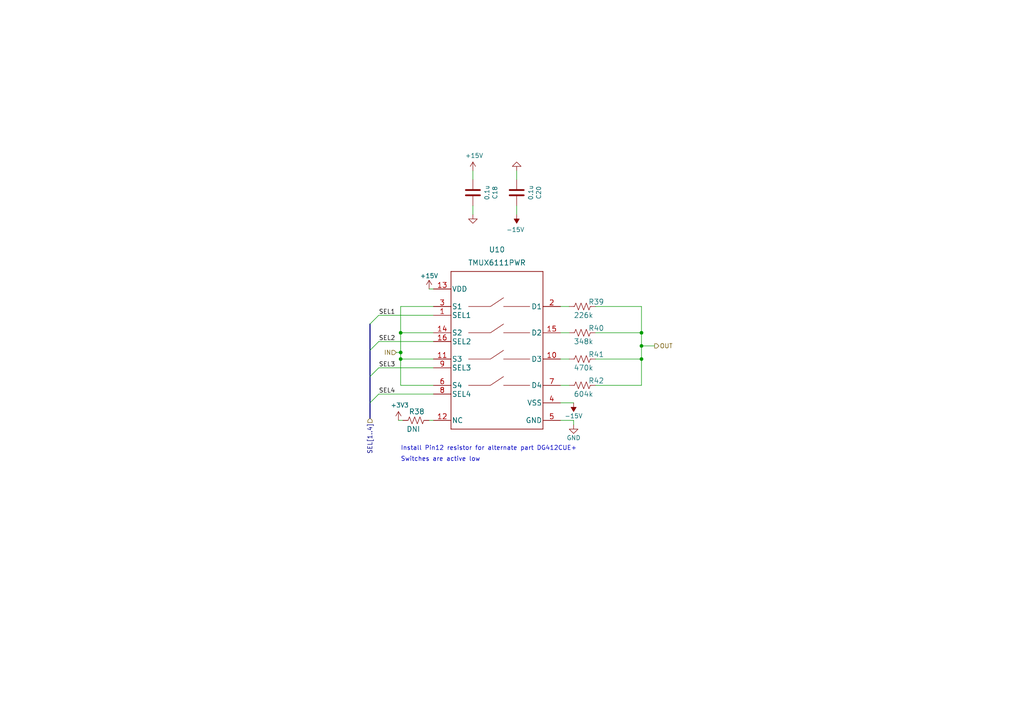
<source format=kicad_sch>
(kicad_sch (version 20231120) (generator "eeschema") (generator_version "8.0")
  (paper "A4")
  (lib_symbols
    (symbol "Device:C" (pin_numbers hide) (pin_names (offset 0.254))
      (property "Reference" "C" (at 0.635 2.54 0))
      (property "Value" "C" (at 0.635 -2.54 0))
      (symbol "C_0_1"
        (polyline (pts (xy -2.032 -0.762) (xy 2.032 -0.762)) (stroke (width 0.508)))
        (polyline (pts (xy -2.032 0.762) (xy 2.032 0.762)) (stroke (width 0.508)))
      )
      (symbol "C_1_1"
        (pin passive line (at 0 3.81 270) (length 2.794) (name "~") (number "1"))
        (pin passive line (at 0 -3.81 90) (length 2.794) (name "~") (number "2"))
      )
    )
    (symbol "Device:R_US" (pin_numbers hide) (pin_names (offset 0))
      (property "Reference" "R" (at 2.54 0 90))
      (property "Value" "R_US" (at -2.54 0 90))
      (symbol "R_US_0_1"
        (polyline (pts (xy 0 -2.286) (xy 0 -2.54)))
        (polyline (pts (xy 0 2.286) (xy 0 2.54)))
        (polyline (pts (xy 0 -0.762) (xy 1.016 -1.143) (xy 0 -1.524) (xy -1.016 -1.905) (xy 0 -2.286)))
        (polyline (pts (xy 0 0.762) (xy 1.016 0.381) (xy 0 0) (xy -1.016 -0.381) (xy 0 -0.762)))
        (polyline (pts (xy 0 2.286) (xy 1.016 1.905) (xy 0 1.524) (xy -1.016 1.143) (xy 0 0.762)))
      )
      (symbol "R_US_1_1"
        (pin passive line (at 0 3.81 270) (length 1.27) (name "~") (number "1"))
        (pin passive line (at 0 -3.81 90) (length 1.27) (name "~") (number "2"))
      )
    )
    (symbol "covg-kicad:TMUX6111PWR" (pin_names (offset 0.254))
      (property "Reference" "U" (at 5.08 21.59 0))
      (property "Value" "TMUX6111PWR" (at 6.35 19.05 0))
      (symbol "TMUX6111PWR_0_1"
        (polyline (pts (xy 6.35 12.7) (xy 13.97 12.7)))
        (polyline (pts (xy 2.54 12.7) (xy -3.81 12.7) (xy 2.54 12.7) (xy 6.35 15.24)))
      )
      (symbol "TMUX6111PWR_1_1"
        (polyline (pts (xy -8.89 -22.86) (xy 17.78 -22.86)) (stroke (width 0.2032)))
        (polyline (pts (xy -8.89 22.86) (xy -8.89 -22.86)) (stroke (width 0.2032)))
        (polyline (pts (xy 6.35 -10.16) (xy 13.97 -10.16)))
        (polyline (pts (xy 6.35 -2.54) (xy 13.97 -2.54)))
        (polyline (pts (xy 6.35 5.08) (xy 13.97 5.08)))
        (polyline (pts (xy 17.78 -22.86) (xy 17.78 22.86)) (stroke (width 0.2032)))
        (polyline (pts (xy 17.78 22.86) (xy -8.89 22.86)) (stroke (width 0.2032)))
        (polyline (pts (xy 2.54 -10.16) (xy -3.81 -10.16) (xy 2.54 -10.16) (xy 6.35 -7.62)))
        (polyline (pts (xy 2.54 -2.54) (xy -3.81 -2.54) (xy 2.54 -2.54) (xy 6.35 0)))
        (polyline (pts (xy 2.54 5.08) (xy -3.81 5.08) (xy 2.54 5.08) (xy 6.35 7.62)))
        (pin input line (at -13.97 10.16 0) (length 5.08) (name "SEL1") (number "1"))
        (pin bidirectional line (at 22.86 -2.54 180) (length 5.08) (name "D3") (number "10"))
        (pin bidirectional line (at -13.97 -2.54 0) (length 5.08) (name "S3") (number "11"))
        (pin unspecified line (at -13.97 -20.32 0) (length 5.08) (name "NC") (number "12"))
        (pin power_in line (at -13.97 17.78 0) (length 5.08) (name "VDD") (number "13"))
        (pin bidirectional line (at -13.97 5.08 0) (length 5.08) (name "S2") (number "14"))
        (pin bidirectional line (at 22.86 5.08 180) (length 5.08) (name "D2") (number "15"))
        (pin input line (at -13.97 2.54 0) (length 5.08) (name "SEL2") (number "16"))
        (pin bidirectional line (at 22.86 12.7 180) (length 5.08) (name "D1") (number "2"))
        (pin bidirectional line (at -13.97 12.7 0) (length 5.08) (name "S1") (number "3"))
        (pin power_in line (at 22.86 -15.24 180) (length 5.08) (name "VSS") (number "4"))
        (pin power_in line (at 22.86 -20.32 180) (length 5.08) (name "GND") (number "5"))
        (pin bidirectional line (at -13.97 -10.16 0) (length 5.08) (name "S4") (number "6"))
        (pin bidirectional line (at 22.86 -10.16 180) (length 5.08) (name "D4") (number "7"))
        (pin input line (at -13.97 -12.7 0) (length 5.08) (name "SEL4") (number "8"))
        (pin input line (at -13.97 -5.08 0) (length 5.08) (name "SEL3") (number "9"))
      )
    )
    (symbol "power:+15V" (power) (pin_names (offset 0))
      (property "Value" "+15V" (at 0 3.556 0))
      (symbol "+15V_0_1"
        (polyline (pts (xy -0.762 1.27) (xy 0 2.54)))
        (polyline (pts (xy 0 0) (xy 0 2.54)))
        (polyline (pts (xy 0 2.54) (xy 0.762 1.27)))
      )
      (symbol "+15V_1_1"
        (pin power_in line (at 0 0 90) (length 0) hide (name "+15V") (number "1"))
      )
    )
    (symbol "power:+3.3V" (power) (pin_names (offset 0))
      (property "Value" "+3.3V" (at 0 3.556 0))
      (symbol "+3.3V_0_1"
        (polyline (pts (xy -0.762 1.27) (xy 0 2.54)))
        (polyline (pts (xy 0 0) (xy 0 2.54)))
        (polyline (pts (xy 0 2.54) (xy 0.762 1.27)))
      )
      (symbol "+3.3V_1_1"
        (pin power_in line (at 0 0 90) (length 0) hide (name "+3V3") (number "1"))
      )
    )
    (symbol "power:-15V" (power) (pin_names (offset 0))
      (property "Value" "-15V" (at 0 3.81 0))
      (symbol "-15V_0_0"
        (pin power_in line (at 0 0 90) (length 0) hide (name "-15V") (number "1"))
      )
      (symbol "-15V_0_1"
        (polyline (pts (xy 0 0) (xy 0 1.27) (xy 0.762 1.27) (xy 0 2.54) (xy -0.762 1.27) (xy 0 1.27)) (fill (type outline)))
      )
    )
    (symbol "power:GND" (power) (pin_names (offset 0))
      (property "Value" "GND" (at 0 -3.81 0))
      (symbol "GND_0_1"
        (polyline (pts (xy 0 0) (xy 0 -1.27) (xy 1.27 -1.27) (xy 0 -2.54) (xy -1.27 -1.27) (xy 0 -1.27)))
      )
      (symbol "GND_1_1"
        (pin power_in line (at 0 0 270) (length 0) hide (name "GND") (number "1"))
      )
    )
  )
  (junction (at 116.205 102.235))
  (junction (at 116.205 96.52))
  (junction (at 186.055 100.33))
  (junction (at 186.055 104.14))
  (junction (at 116.205 104.14))
  (junction (at 186.055 96.52))
  (bus_entry (at 109.855 99.06) (size -2.54 2.54))
  (bus_entry (at 109.855 106.68) (size -2.54 2.54))
  (bus_entry (at 109.855 91.44) (size -2.54 2.54))
  (bus_entry (at 107.315 116.84) (size 2.54 -2.54))
  (wire (pts (xy 109.855 114.3) (xy 125.73 114.3)))
  (wire (pts (xy 116.205 104.14) (xy 116.205 111.76)))
  (wire (pts (xy 116.205 104.14) (xy 125.73 104.14)))
  (wire (pts (xy 166.37 123.19) (xy 166.37 121.92)))
  (wire (pts (xy 149.86 62.23) (xy 149.86 59.69)))
  (wire (pts (xy 116.205 96.52) (xy 116.205 102.235)))
  (wire (pts (xy 114.935 102.235) (xy 116.205 102.235)))
  (wire (pts (xy 149.86 49.53) (xy 149.86 52.07)))
  (wire (pts (xy 172.72 111.76) (xy 186.055 111.76)))
  (wire (pts (xy 162.56 116.84) (xy 166.37 116.84)))
  (wire (pts (xy 162.56 121.92) (xy 166.37 121.92)))
  (wire (pts (xy 116.205 102.235) (xy 116.205 104.14)))
  (wire (pts (xy 186.055 100.33) (xy 186.055 104.14)))
  (wire (pts (xy 109.855 99.06) (xy 125.73 99.06)))
  (wire (pts (xy 116.205 111.76) (xy 125.73 111.76)))
  (wire (pts (xy 186.055 96.52) (xy 186.055 100.33)))
  (bus (pts (xy 107.315 109.22) (xy 107.315 116.84)))
  (bus (pts (xy 107.315 116.84) (xy 107.315 121.285)))
  (wire (pts (xy 162.56 96.52) (xy 165.1 96.52)))
  (wire (pts (xy 162.56 88.9) (xy 165.1 88.9)))
  (wire (pts (xy 124.46 121.92) (xy 125.73 121.92)))
  (wire (pts (xy 172.72 88.9) (xy 186.055 88.9)))
  (wire (pts (xy 116.205 88.9) (xy 116.205 96.52)))
  (bus (pts (xy 107.315 101.6) (xy 107.315 109.22)))
  (wire (pts (xy 137.16 49.53) (xy 137.16 52.07)))
  (wire (pts (xy 186.055 111.76) (xy 186.055 104.14)))
  (wire (pts (xy 125.73 83.82) (xy 124.46 83.82)))
  (wire (pts (xy 186.055 96.52) (xy 186.055 88.9)))
  (wire (pts (xy 116.205 96.52) (xy 125.73 96.52)))
  (wire (pts (xy 162.56 104.14) (xy 165.1 104.14)))
  (wire (pts (xy 125.73 88.9) (xy 116.205 88.9)))
  (wire (pts (xy 109.855 91.44) (xy 125.73 91.44)))
  (wire (pts (xy 137.16 62.23) (xy 137.16 59.69)))
  (wire (pts (xy 186.055 100.33) (xy 189.865 100.33)))
  (wire (pts (xy 172.72 96.52) (xy 186.055 96.52)))
  (bus (pts (xy 107.315 93.98) (xy 107.315 101.6)))
  (wire (pts (xy 115.57 121.92) (xy 116.84 121.92)))
  (wire (pts (xy 162.56 111.76) (xy 165.1 111.76)))
  (wire (pts (xy 172.72 104.14) (xy 186.055 104.14)))
  (wire (pts (xy 109.855 106.68) (xy 125.73 106.68)))
  (text "Install Pin12 resistor for alternate part DG412CUE+" (at 116.205 130.81 0) (effects (font (size 1.27 1.27)) (justify left bottom)))
  (text "Switches are active low" (at 116.205 133.985 0) (effects (font (size 1.27 1.27)) (justify left bottom)))
  (label "SEL3" (at 109.855 106.68 0))
  (label "SEL1" (at 109.855 91.44 0))
  (label "SEL4" (at 109.855 114.3 0))
  (label "SEL2" (at 109.855 99.06 0))
  (hierarchical_label "SEL[1..4]" (shape input) (at 107.315 121.285 270))
  (hierarchical_label "OUT" (shape output) (at 189.865 100.33 0))
  (hierarchical_label "IN" (shape input) (at 114.935 102.235 180))
  (symbol (lib_id "Device:C") (at 137.16 55.88 180) (unit 1)
    (property "Reference" "C18" (at 143.5608 55.88 90))
    (property "Value" "0.1u" (at 141.2494 55.88 90))
    (property "Footprint" "Capacitor_SMD:C_0603_1608Metric" (effects (hide yes)))
    (property "Manf#" "CC0603MRX7R8BB104" (effects (hide yes)))
    (property "Tolerance" "20%" (effects (hide yes)))
    (property "voltage" "25V" (effects (hide yes)))
    (instances (project "voltage_sense" (path "" (reference "C18") (unit 1)) (path "" (reference "C16") (unit 1))))
  )
  (symbol (lib_id "power:-15V") (at 166.37 116.84 180) (unit 1)
    (property "Reference" "#PWR0183" (effects (hide yes)))
    (property "Value" "-15V" (at 166.37 120.65 0))
    (instances (project "voltage_sense" (path "" (reference "#PWR0183") (unit 1)) (path "" (reference "#PWR0175") (unit 1))))
  )
  (symbol (lib_id "power:GND") (at 166.37 123.19 0) (unit 1)
    (property "Reference" "#PWR0182" (effects (hide yes)))
    (property "Value" "GND" (at 166.37 127 0))
    (instances (project "voltage_sense" (path "" (reference "#PWR0182") (unit 1)) (path "" (reference "#PWR0173") (unit 1))))
  )
  (symbol (lib_id "Device:C") (at 149.86 55.88 180) (unit 1)
    (property "Reference" "C20" (at 156.2608 55.88 90))
    (property "Value" "0.1u" (at 153.9494 55.88 90))
    (property "Footprint" "Capacitor_SMD:C_0603_1608Metric" (effects (hide yes)))
    (property "Manf#" "CC0603MRX7R8BB104" (effects (hide yes)))
    (property "Tolerance" "20%" (effects (hide yes)))
    (property "voltage" "25V" (effects (hide yes)))
    (instances (project "voltage_sense" (path "" (reference "C20") (unit 1)) (path "" (reference "C17") (unit 1))))
  )
  (symbol (lib_id "Device:R_US") (at 168.91 104.14 270) (unit 1)
    (property "Reference" "R41" (at 170.6372 102.7938 90) (effects (font (size 1.4986 1.4986)) (justify left)))
    (property "Value" "470k" (at 166.37 106.68 90) (effects (font (size 1.4986 1.4986)) (justify left)))
    (property "Footprint" "Resistor_SMD:R_0603_1608Metric" (effects (hide yes)))
    (property "Manf#" "RC0603FR-07470KL" (effects (hide yes)))
    (property "Tolerance" "1%" (effects (hide yes)))
    (instances (project "voltage_sense" (path "" (reference "R41") (unit 1)) (path "" (reference "R35") (unit 1))))
  )
  (symbol (lib_id "Device:R_US") (at 120.65 121.92 90) (unit 1)
    (property "Reference" "R38" (at 123.19 119.38 90) (effects (font (size 1.4986 1.4986)) (justify left)))
    (property "Value" "DNI" (at 121.92 124.46 90) (effects (font (size 1.4986 1.4986)) (justify left)))
    (property "Footprint" "Resistor_SMD:R_0603_1608Metric" (effects (hide yes)))
    (property "Tolerance" "1%" (effects (hide yes)))
    (instances (project "voltage_sense" (path "" (reference "R38") (unit 1)) (path "" (reference "R32") (unit 1))))
  )
  (symbol (lib_id "Device:R_US") (at 168.91 111.76 270) (unit 1)
    (property "Reference" "R42" (at 170.6372 110.4138 90) (effects (font (size 1.4986 1.4986)) (justify left)))
    (property "Value" "604k" (at 166.37 114.3 90) (effects (font (size 1.4986 1.4986)) (justify left)))
    (property "Footprint" "Resistor_SMD:R_0603_1608Metric" (effects (hide yes)))
    (property "Manf#" "RC0603FR-07604KL" (effects (hide yes)))
    (property "Tolerance" "1%" (effects (hide yes)))
    (instances (project "voltage_sense" (path "" (reference "R42") (unit 1)) (path "" (reference "R36") (unit 1))))
  )
  (symbol (lib_id "power:-15V") (at 149.86 62.23 180) (unit 1)
    (property "Reference" "#PWR0188" (effects (hide yes)))
    (property "Value" "-15V" (at 149.479 66.6242 0))
    (instances (project "voltage_sense" (path "" (reference "#PWR0188") (unit 1)) (path "" (reference "#PWR0178") (unit 1))))
  )
  (symbol (lib_id "power:+15V") (at 124.46 83.82 0) (unit 1)
    (property "Reference" "#PWR0187" (effects (hide yes)))
    (property "Value" "+15V" (at 124.46 80.01 0))
    (instances (project "voltage_sense" (path "" (reference "#PWR0187") (unit 1)) (path "" (reference "#PWR0177") (unit 1))))
  )
  (symbol (lib_id "power:+3.3V") (at 115.57 121.92 0) (unit 1)
    (property "Reference" "#PWR0176" (effects (hide yes)))
    (property "Value" "+3V3" (at 115.951 117.5258 0))
    (instances (project "voltage_sense" (path "" (reference "#PWR0176") (unit 1)) (path "" (reference "#PWR0172") (unit 1))))
  )
  (symbol (lib_id "Device:R_US") (at 168.91 88.9 270) (unit 1)
    (property "Reference" "R39" (at 170.6372 87.5538 90) (effects (font (size 1.4986 1.4986)) (justify left)))
    (property "Value" "226k" (at 166.37 91.44 90) (effects (font (size 1.4986 1.4986)) (justify left)))
    (property "Footprint" "Resistor_SMD:R_0603_1608Metric" (effects (hide yes)))
    (property "Manf#" "RC0603FR-07226KL" (effects (hide yes)))
    (property "Tolerance" "1%" (effects (hide yes)))
    (instances (project "voltage_sense" (path "" (reference "R39") (unit 1)) (path "" (reference "R33") (unit 1))))
  )
  (symbol (lib_id "power:GND") (at 137.16 62.23 0) (unit 1)
    (property "Reference" "#PWR0190" (effects (hide yes)))
    (property "Value" "GND" (effects (hide yes)))
    (instances (project "voltage_sense" (path "" (reference "#PWR0190") (unit 1)) (path "" (reference "#PWR0180") (unit 1))))
  )
  (symbol (lib_id "Device:R_US") (at 168.91 96.52 270) (unit 1)
    (property "Reference" "R40" (at 170.6372 95.1738 90) (effects (font (size 1.4986 1.4986)) (justify left)))
    (property "Value" "348k" (at 166.37 99.06 90) (effects (font (size 1.4986 1.4986)) (justify left)))
    (property "Footprint" "Resistor_SMD:R_0603_1608Metric" (effects (hide yes)))
    (property "Manf#" "RC0603FR-07348KL" (effects (hide yes)))
    (property "Tolerance" "1%" (effects (hide yes)))
    (instances (project "voltage_sense" (path "" (reference "R40") (unit 1)) (path "" (reference "R34") (unit 1))))
  )
  (symbol (lib_id "power:GND") (at 149.86 49.53 180) (unit 1)
    (property "Reference" "#PWR0189" (effects (hide yes)))
    (property "Value" "GND" (effects (hide yes)))
    (instances (project "voltage_sense" (path "" (reference "#PWR0189") (unit 1)) (path "" (reference "#PWR0179") (unit 1))))
  )
  (symbol (lib_id "covg-kicad:TMUX6111PWR") (at 139.7 101.6 0) (unit 1)
    (property "Reference" "U10" (at 144.145 72.39 0) (effects (font (size 1.524 1.524))))
    (property "Value" "TMUX6111PWR" (at 144.145 76.2 0) (effects (font (size 1.524 1.524))))
    (property "Footprint" "covg-kicad:PW0016A_N" (effects (hide yes)))
    (property "Manf#" "TMUX6111PWR" (effects (hide yes)))
    (instances (project "voltage_sense" (path "" (reference "U10") (unit 1)) (path "" (reference "U8") (unit 1))))
  )
  (symbol (lib_id "power:+15V") (at 137.16 49.53 0) (unit 1)
    (property "Reference" "#PWR0191" (effects (hide yes)))
    (property "Value" "+15V" (at 137.541 45.1358 0))
    (instances (project "voltage_sense" (path "" (reference "#PWR0191") (unit 1)) (path "" (reference "#PWR0181") (unit 1))))
  )
)
</source>
